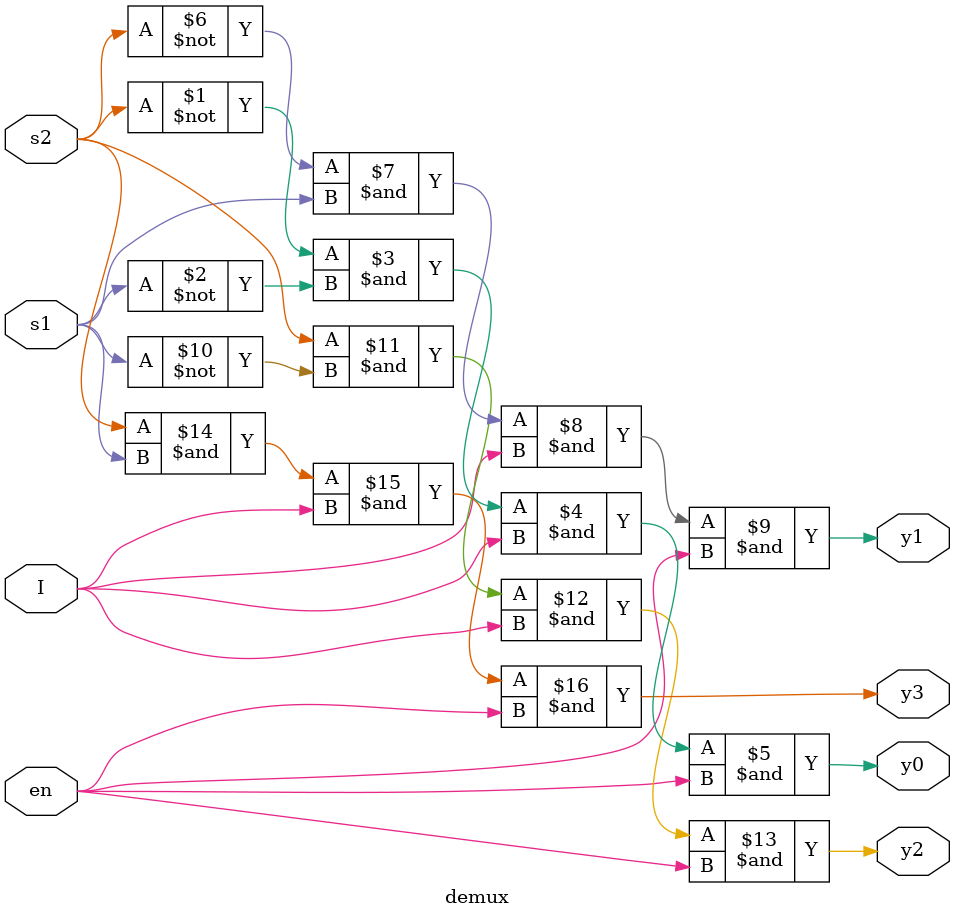
<source format=v>

module demux (s2,s1,I,en,y0,y1,y2,y3);

input s2,s1,I,en;
output y0,y1,y2,y3;

assign y0=(~s2)&(~s1)& I& en;
assign y1=(~s2)& s1& I& en;
assign y2=s2&(~s1)& I & en;
assign y3=s2& s1 & I & en;

endmodule

</source>
